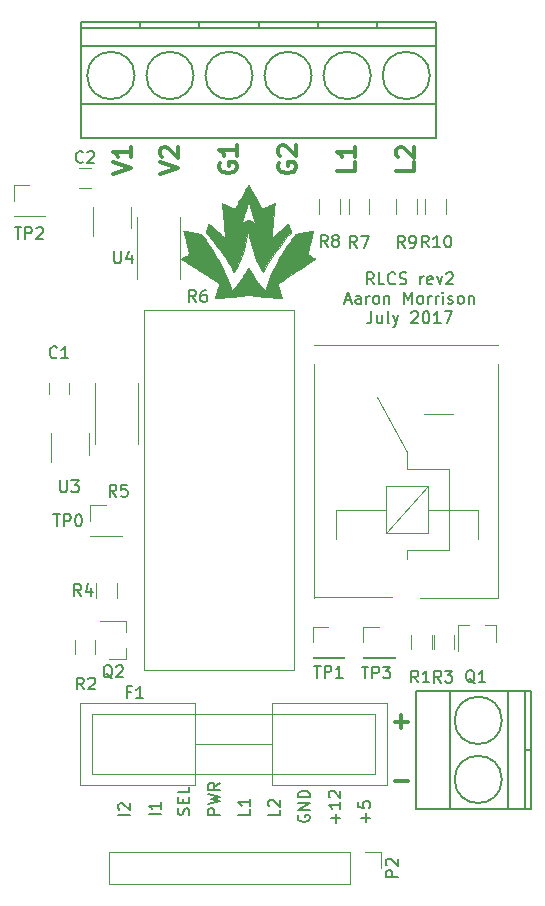
<source format=gbr>
G04 #@! TF.FileFunction,Legend,Top*
%FSLAX46Y46*%
G04 Gerber Fmt 4.6, Leading zero omitted, Abs format (unit mm)*
G04 Created by KiCad (PCBNEW 4.0.6) date Monday, July 31, 2017 'PMt' 06:05:11 PM*
%MOMM*%
%LPD*%
G01*
G04 APERTURE LIST*
%ADD10C,0.100000*%
%ADD11C,0.150000*%
%ADD12C,0.300000*%
%ADD13C,0.120000*%
%ADD14C,0.010000*%
G04 APERTURE END LIST*
D10*
D11*
X69227381Y-141008333D02*
X68227381Y-141008333D01*
X68227381Y-140627380D01*
X68275000Y-140532142D01*
X68322619Y-140484523D01*
X68417857Y-140436904D01*
X68560714Y-140436904D01*
X68655952Y-140484523D01*
X68703571Y-140532142D01*
X68751190Y-140627380D01*
X68751190Y-141008333D01*
X68227381Y-140103571D02*
X69227381Y-139865476D01*
X68513095Y-139674999D01*
X69227381Y-139484523D01*
X68227381Y-139246428D01*
X69227381Y-138294047D02*
X68751190Y-138627381D01*
X69227381Y-138865476D02*
X68227381Y-138865476D01*
X68227381Y-138484523D01*
X68275000Y-138389285D01*
X68322619Y-138341666D01*
X68417857Y-138294047D01*
X68560714Y-138294047D01*
X68655952Y-138341666D01*
X68703571Y-138389285D01*
X68751190Y-138484523D01*
X68751190Y-138865476D01*
X81571429Y-141607143D02*
X81571429Y-140845238D01*
X81952381Y-141226190D02*
X81190476Y-141226190D01*
X80952381Y-139892857D02*
X80952381Y-140369048D01*
X81428571Y-140416667D01*
X81380952Y-140369048D01*
X81333333Y-140273810D01*
X81333333Y-140035714D01*
X81380952Y-139940476D01*
X81428571Y-139892857D01*
X81523810Y-139845238D01*
X81761905Y-139845238D01*
X81857143Y-139892857D01*
X81904762Y-139940476D01*
X81952381Y-140035714D01*
X81952381Y-140273810D01*
X81904762Y-140369048D01*
X81857143Y-140416667D01*
X79046429Y-141658333D02*
X79046429Y-140896428D01*
X79427381Y-141277380D02*
X78665476Y-141277380D01*
X79427381Y-139896428D02*
X79427381Y-140467857D01*
X79427381Y-140182143D02*
X78427381Y-140182143D01*
X78570238Y-140277381D01*
X78665476Y-140372619D01*
X78713095Y-140467857D01*
X78522619Y-139515476D02*
X78475000Y-139467857D01*
X78427381Y-139372619D01*
X78427381Y-139134523D01*
X78475000Y-139039285D01*
X78522619Y-138991666D01*
X78617857Y-138944047D01*
X78713095Y-138944047D01*
X78855952Y-138991666D01*
X79427381Y-139563095D01*
X79427381Y-138944047D01*
X75875000Y-141036904D02*
X75827381Y-141132142D01*
X75827381Y-141274999D01*
X75875000Y-141417857D01*
X75970238Y-141513095D01*
X76065476Y-141560714D01*
X76255952Y-141608333D01*
X76398810Y-141608333D01*
X76589286Y-141560714D01*
X76684524Y-141513095D01*
X76779762Y-141417857D01*
X76827381Y-141274999D01*
X76827381Y-141179761D01*
X76779762Y-141036904D01*
X76732143Y-140989285D01*
X76398810Y-140989285D01*
X76398810Y-141179761D01*
X76827381Y-140560714D02*
X75827381Y-140560714D01*
X76827381Y-139989285D01*
X75827381Y-139989285D01*
X76827381Y-139513095D02*
X75827381Y-139513095D01*
X75827381Y-139275000D01*
X75875000Y-139132142D01*
X75970238Y-139036904D01*
X76065476Y-138989285D01*
X76255952Y-138941666D01*
X76398810Y-138941666D01*
X76589286Y-138989285D01*
X76684524Y-139036904D01*
X76779762Y-139132142D01*
X76827381Y-139275000D01*
X76827381Y-139513095D01*
X74327381Y-140566666D02*
X74327381Y-141042857D01*
X73327381Y-141042857D01*
X73422619Y-140280952D02*
X73375000Y-140233333D01*
X73327381Y-140138095D01*
X73327381Y-139899999D01*
X73375000Y-139804761D01*
X73422619Y-139757142D01*
X73517857Y-139709523D01*
X73613095Y-139709523D01*
X73755952Y-139757142D01*
X74327381Y-140328571D01*
X74327381Y-139709523D01*
X71777381Y-140516666D02*
X71777381Y-140992857D01*
X70777381Y-140992857D01*
X71777381Y-139659523D02*
X71777381Y-140230952D01*
X71777381Y-139945238D02*
X70777381Y-139945238D01*
X70920238Y-140040476D01*
X71015476Y-140135714D01*
X71063095Y-140230952D01*
X66604762Y-140992857D02*
X66652381Y-140850000D01*
X66652381Y-140611904D01*
X66604762Y-140516666D01*
X66557143Y-140469047D01*
X66461905Y-140421428D01*
X66366667Y-140421428D01*
X66271429Y-140469047D01*
X66223810Y-140516666D01*
X66176190Y-140611904D01*
X66128571Y-140802381D01*
X66080952Y-140897619D01*
X66033333Y-140945238D01*
X65938095Y-140992857D01*
X65842857Y-140992857D01*
X65747619Y-140945238D01*
X65700000Y-140897619D01*
X65652381Y-140802381D01*
X65652381Y-140564285D01*
X65700000Y-140421428D01*
X66128571Y-139992857D02*
X66128571Y-139659523D01*
X66652381Y-139516666D02*
X66652381Y-139992857D01*
X65652381Y-139992857D01*
X65652381Y-139516666D01*
X66652381Y-138611904D02*
X66652381Y-139088095D01*
X65652381Y-139088095D01*
X64202381Y-140926190D02*
X63202381Y-140926190D01*
X64202381Y-139926190D02*
X64202381Y-140497619D01*
X64202381Y-140211905D02*
X63202381Y-140211905D01*
X63345238Y-140307143D01*
X63440476Y-140402381D01*
X63488095Y-140497619D01*
X61627381Y-141001190D02*
X60627381Y-141001190D01*
X60722619Y-140572619D02*
X60675000Y-140525000D01*
X60627381Y-140429762D01*
X60627381Y-140191666D01*
X60675000Y-140096428D01*
X60722619Y-140048809D01*
X60817857Y-140001190D01*
X60913095Y-140001190D01*
X61055952Y-140048809D01*
X61627381Y-140620238D01*
X61627381Y-140001190D01*
D12*
X85678571Y-85749999D02*
X85678571Y-86464285D01*
X84178571Y-86464285D01*
X84321429Y-85321428D02*
X84250000Y-85249999D01*
X84178571Y-85107142D01*
X84178571Y-84749999D01*
X84250000Y-84607142D01*
X84321429Y-84535713D01*
X84464286Y-84464285D01*
X84607143Y-84464285D01*
X84821429Y-84535713D01*
X85678571Y-85392856D01*
X85678571Y-84464285D01*
X80678571Y-85749999D02*
X80678571Y-86464285D01*
X79178571Y-86464285D01*
X80678571Y-84464285D02*
X80678571Y-85321428D01*
X80678571Y-84892856D02*
X79178571Y-84892856D01*
X79392857Y-85035713D01*
X79535714Y-85178571D01*
X79607143Y-85321428D01*
D11*
X82252381Y-96077381D02*
X81919047Y-95601190D01*
X81680952Y-96077381D02*
X81680952Y-95077381D01*
X82061905Y-95077381D01*
X82157143Y-95125000D01*
X82204762Y-95172619D01*
X82252381Y-95267857D01*
X82252381Y-95410714D01*
X82204762Y-95505952D01*
X82157143Y-95553571D01*
X82061905Y-95601190D01*
X81680952Y-95601190D01*
X83157143Y-96077381D02*
X82680952Y-96077381D01*
X82680952Y-95077381D01*
X84061905Y-95982143D02*
X84014286Y-96029762D01*
X83871429Y-96077381D01*
X83776191Y-96077381D01*
X83633333Y-96029762D01*
X83538095Y-95934524D01*
X83490476Y-95839286D01*
X83442857Y-95648810D01*
X83442857Y-95505952D01*
X83490476Y-95315476D01*
X83538095Y-95220238D01*
X83633333Y-95125000D01*
X83776191Y-95077381D01*
X83871429Y-95077381D01*
X84014286Y-95125000D01*
X84061905Y-95172619D01*
X84442857Y-96029762D02*
X84585714Y-96077381D01*
X84823810Y-96077381D01*
X84919048Y-96029762D01*
X84966667Y-95982143D01*
X85014286Y-95886905D01*
X85014286Y-95791667D01*
X84966667Y-95696429D01*
X84919048Y-95648810D01*
X84823810Y-95601190D01*
X84633333Y-95553571D01*
X84538095Y-95505952D01*
X84490476Y-95458333D01*
X84442857Y-95363095D01*
X84442857Y-95267857D01*
X84490476Y-95172619D01*
X84538095Y-95125000D01*
X84633333Y-95077381D01*
X84871429Y-95077381D01*
X85014286Y-95125000D01*
X86204762Y-96077381D02*
X86204762Y-95410714D01*
X86204762Y-95601190D02*
X86252381Y-95505952D01*
X86300000Y-95458333D01*
X86395238Y-95410714D01*
X86490477Y-95410714D01*
X87204763Y-96029762D02*
X87109525Y-96077381D01*
X86919048Y-96077381D01*
X86823810Y-96029762D01*
X86776191Y-95934524D01*
X86776191Y-95553571D01*
X86823810Y-95458333D01*
X86919048Y-95410714D01*
X87109525Y-95410714D01*
X87204763Y-95458333D01*
X87252382Y-95553571D01*
X87252382Y-95648810D01*
X86776191Y-95744048D01*
X87585715Y-95410714D02*
X87823810Y-96077381D01*
X88061906Y-95410714D01*
X88395239Y-95172619D02*
X88442858Y-95125000D01*
X88538096Y-95077381D01*
X88776192Y-95077381D01*
X88871430Y-95125000D01*
X88919049Y-95172619D01*
X88966668Y-95267857D01*
X88966668Y-95363095D01*
X88919049Y-95505952D01*
X88347620Y-96077381D01*
X88966668Y-96077381D01*
X79823809Y-97441667D02*
X80300000Y-97441667D01*
X79728571Y-97727381D02*
X80061904Y-96727381D01*
X80395238Y-97727381D01*
X81157143Y-97727381D02*
X81157143Y-97203571D01*
X81109524Y-97108333D01*
X81014286Y-97060714D01*
X80823809Y-97060714D01*
X80728571Y-97108333D01*
X81157143Y-97679762D02*
X81061905Y-97727381D01*
X80823809Y-97727381D01*
X80728571Y-97679762D01*
X80680952Y-97584524D01*
X80680952Y-97489286D01*
X80728571Y-97394048D01*
X80823809Y-97346429D01*
X81061905Y-97346429D01*
X81157143Y-97298810D01*
X81633333Y-97727381D02*
X81633333Y-97060714D01*
X81633333Y-97251190D02*
X81680952Y-97155952D01*
X81728571Y-97108333D01*
X81823809Y-97060714D01*
X81919048Y-97060714D01*
X82395238Y-97727381D02*
X82300000Y-97679762D01*
X82252381Y-97632143D01*
X82204762Y-97536905D01*
X82204762Y-97251190D01*
X82252381Y-97155952D01*
X82300000Y-97108333D01*
X82395238Y-97060714D01*
X82538096Y-97060714D01*
X82633334Y-97108333D01*
X82680953Y-97155952D01*
X82728572Y-97251190D01*
X82728572Y-97536905D01*
X82680953Y-97632143D01*
X82633334Y-97679762D01*
X82538096Y-97727381D01*
X82395238Y-97727381D01*
X83157143Y-97060714D02*
X83157143Y-97727381D01*
X83157143Y-97155952D02*
X83204762Y-97108333D01*
X83300000Y-97060714D01*
X83442858Y-97060714D01*
X83538096Y-97108333D01*
X83585715Y-97203571D01*
X83585715Y-97727381D01*
X84823810Y-97727381D02*
X84823810Y-96727381D01*
X85157144Y-97441667D01*
X85490477Y-96727381D01*
X85490477Y-97727381D01*
X86109524Y-97727381D02*
X86014286Y-97679762D01*
X85966667Y-97632143D01*
X85919048Y-97536905D01*
X85919048Y-97251190D01*
X85966667Y-97155952D01*
X86014286Y-97108333D01*
X86109524Y-97060714D01*
X86252382Y-97060714D01*
X86347620Y-97108333D01*
X86395239Y-97155952D01*
X86442858Y-97251190D01*
X86442858Y-97536905D01*
X86395239Y-97632143D01*
X86347620Y-97679762D01*
X86252382Y-97727381D01*
X86109524Y-97727381D01*
X86871429Y-97727381D02*
X86871429Y-97060714D01*
X86871429Y-97251190D02*
X86919048Y-97155952D01*
X86966667Y-97108333D01*
X87061905Y-97060714D01*
X87157144Y-97060714D01*
X87490477Y-97727381D02*
X87490477Y-97060714D01*
X87490477Y-97251190D02*
X87538096Y-97155952D01*
X87585715Y-97108333D01*
X87680953Y-97060714D01*
X87776192Y-97060714D01*
X88109525Y-97727381D02*
X88109525Y-97060714D01*
X88109525Y-96727381D02*
X88061906Y-96775000D01*
X88109525Y-96822619D01*
X88157144Y-96775000D01*
X88109525Y-96727381D01*
X88109525Y-96822619D01*
X88538096Y-97679762D02*
X88633334Y-97727381D01*
X88823810Y-97727381D01*
X88919049Y-97679762D01*
X88966668Y-97584524D01*
X88966668Y-97536905D01*
X88919049Y-97441667D01*
X88823810Y-97394048D01*
X88680953Y-97394048D01*
X88585715Y-97346429D01*
X88538096Y-97251190D01*
X88538096Y-97203571D01*
X88585715Y-97108333D01*
X88680953Y-97060714D01*
X88823810Y-97060714D01*
X88919049Y-97108333D01*
X89538096Y-97727381D02*
X89442858Y-97679762D01*
X89395239Y-97632143D01*
X89347620Y-97536905D01*
X89347620Y-97251190D01*
X89395239Y-97155952D01*
X89442858Y-97108333D01*
X89538096Y-97060714D01*
X89680954Y-97060714D01*
X89776192Y-97108333D01*
X89823811Y-97155952D01*
X89871430Y-97251190D01*
X89871430Y-97536905D01*
X89823811Y-97632143D01*
X89776192Y-97679762D01*
X89680954Y-97727381D01*
X89538096Y-97727381D01*
X90300001Y-97060714D02*
X90300001Y-97727381D01*
X90300001Y-97155952D02*
X90347620Y-97108333D01*
X90442858Y-97060714D01*
X90585716Y-97060714D01*
X90680954Y-97108333D01*
X90728573Y-97203571D01*
X90728573Y-97727381D01*
X82061905Y-98377381D02*
X82061905Y-99091667D01*
X82014285Y-99234524D01*
X81919047Y-99329762D01*
X81776190Y-99377381D01*
X81680952Y-99377381D01*
X82966667Y-98710714D02*
X82966667Y-99377381D01*
X82538095Y-98710714D02*
X82538095Y-99234524D01*
X82585714Y-99329762D01*
X82680952Y-99377381D01*
X82823810Y-99377381D01*
X82919048Y-99329762D01*
X82966667Y-99282143D01*
X83585714Y-99377381D02*
X83490476Y-99329762D01*
X83442857Y-99234524D01*
X83442857Y-98377381D01*
X83871429Y-98710714D02*
X84109524Y-99377381D01*
X84347620Y-98710714D02*
X84109524Y-99377381D01*
X84014286Y-99615476D01*
X83966667Y-99663095D01*
X83871429Y-99710714D01*
X85442858Y-98472619D02*
X85490477Y-98425000D01*
X85585715Y-98377381D01*
X85823811Y-98377381D01*
X85919049Y-98425000D01*
X85966668Y-98472619D01*
X86014287Y-98567857D01*
X86014287Y-98663095D01*
X85966668Y-98805952D01*
X85395239Y-99377381D01*
X86014287Y-99377381D01*
X86633334Y-98377381D02*
X86728573Y-98377381D01*
X86823811Y-98425000D01*
X86871430Y-98472619D01*
X86919049Y-98567857D01*
X86966668Y-98758333D01*
X86966668Y-98996429D01*
X86919049Y-99186905D01*
X86871430Y-99282143D01*
X86823811Y-99329762D01*
X86728573Y-99377381D01*
X86633334Y-99377381D01*
X86538096Y-99329762D01*
X86490477Y-99282143D01*
X86442858Y-99186905D01*
X86395239Y-98996429D01*
X86395239Y-98758333D01*
X86442858Y-98567857D01*
X86490477Y-98472619D01*
X86538096Y-98425000D01*
X86633334Y-98377381D01*
X87919049Y-99377381D02*
X87347620Y-99377381D01*
X87633334Y-99377381D02*
X87633334Y-98377381D01*
X87538096Y-98520238D01*
X87442858Y-98615476D01*
X87347620Y-98663095D01*
X88252382Y-98377381D02*
X88919049Y-98377381D01*
X88490477Y-99377381D01*
D12*
X84028572Y-138107143D02*
X85171429Y-138107143D01*
X84028572Y-133107143D02*
X85171429Y-133107143D01*
X84600000Y-133678571D02*
X84600000Y-132535714D01*
X74250000Y-85821428D02*
X74178571Y-85964285D01*
X74178571Y-86178571D01*
X74250000Y-86392856D01*
X74392857Y-86535714D01*
X74535714Y-86607142D01*
X74821429Y-86678571D01*
X75035714Y-86678571D01*
X75321429Y-86607142D01*
X75464286Y-86535714D01*
X75607143Y-86392856D01*
X75678571Y-86178571D01*
X75678571Y-86035714D01*
X75607143Y-85821428D01*
X75535714Y-85749999D01*
X75035714Y-85749999D01*
X75035714Y-86035714D01*
X74321429Y-85178571D02*
X74250000Y-85107142D01*
X74178571Y-84964285D01*
X74178571Y-84607142D01*
X74250000Y-84464285D01*
X74321429Y-84392856D01*
X74464286Y-84321428D01*
X74607143Y-84321428D01*
X74821429Y-84392856D01*
X75678571Y-85249999D01*
X75678571Y-84321428D01*
X69250000Y-85821428D02*
X69178571Y-85964285D01*
X69178571Y-86178571D01*
X69250000Y-86392856D01*
X69392857Y-86535714D01*
X69535714Y-86607142D01*
X69821429Y-86678571D01*
X70035714Y-86678571D01*
X70321429Y-86607142D01*
X70464286Y-86535714D01*
X70607143Y-86392856D01*
X70678571Y-86178571D01*
X70678571Y-86035714D01*
X70607143Y-85821428D01*
X70535714Y-85749999D01*
X70035714Y-85749999D01*
X70035714Y-86035714D01*
X70678571Y-84321428D02*
X70678571Y-85178571D01*
X70678571Y-84749999D02*
X69178571Y-84749999D01*
X69392857Y-84892856D01*
X69535714Y-85035714D01*
X69607143Y-85178571D01*
X64178571Y-86714285D02*
X65678571Y-86214285D01*
X64178571Y-85714285D01*
X64321429Y-85285714D02*
X64250000Y-85214285D01*
X64178571Y-85071428D01*
X64178571Y-84714285D01*
X64250000Y-84571428D01*
X64321429Y-84499999D01*
X64464286Y-84428571D01*
X64607143Y-84428571D01*
X64821429Y-84499999D01*
X65678571Y-85357142D01*
X65678571Y-84428571D01*
X60178571Y-86714285D02*
X61678571Y-86214285D01*
X60178571Y-85714285D01*
X61678571Y-84428571D02*
X61678571Y-85285714D01*
X61678571Y-84857142D02*
X60178571Y-84857142D01*
X60392857Y-84999999D01*
X60535714Y-85142857D01*
X60607143Y-85285714D01*
D13*
X62760000Y-128740000D02*
X62760000Y-98260000D01*
X62760000Y-98260000D02*
X75460000Y-98260000D01*
X75460000Y-98260000D02*
X75460000Y-128740000D01*
X75460000Y-128740000D02*
X62760000Y-128740000D01*
X56450000Y-105400000D02*
X56450000Y-104400000D01*
X54750000Y-104400000D02*
X54750000Y-105400000D01*
X58300000Y-86250000D02*
X57300000Y-86250000D01*
X57300000Y-87950000D02*
X58300000Y-87950000D01*
D11*
X95100000Y-135500000D02*
X95600000Y-135500000D01*
X93100000Y-133000000D02*
G75*
G03X93100000Y-133000000I-2000000J0D01*
G01*
X93100000Y-138000000D02*
G75*
G03X93100000Y-138000000I-2000000J0D01*
G01*
X93600000Y-140500000D02*
X93600000Y-130500000D01*
X88700000Y-140500000D02*
X88700000Y-130500000D01*
X95100000Y-140500000D02*
X95100000Y-130500000D01*
X95600000Y-140500000D02*
X95600000Y-130500000D01*
X95600000Y-130500000D02*
X85800000Y-130500000D01*
X85800000Y-130500000D02*
X85800000Y-140500000D01*
X85800000Y-140500000D02*
X95600000Y-140500000D01*
D13*
X92580000Y-124940000D02*
X91650000Y-124940000D01*
X89420000Y-124940000D02*
X90350000Y-124940000D01*
X89420000Y-124940000D02*
X89420000Y-127100000D01*
X92580000Y-124940000D02*
X92580000Y-126400000D01*
X61260000Y-127780000D02*
X61260000Y-126850000D01*
X61260000Y-124620000D02*
X61260000Y-125550000D01*
X61260000Y-124620000D02*
X59100000Y-124620000D01*
X61260000Y-127780000D02*
X59800000Y-127780000D01*
X85420000Y-127000000D02*
X85420000Y-125800000D01*
X87180000Y-125800000D02*
X87180000Y-127000000D01*
X56920000Y-127400000D02*
X56920000Y-126200000D01*
X58680000Y-126200000D02*
X58680000Y-127400000D01*
X87320000Y-127000000D02*
X87320000Y-125800000D01*
X89080000Y-125800000D02*
X89080000Y-127000000D01*
X60480000Y-121400000D02*
X60480000Y-122600000D01*
X58720000Y-122600000D02*
X58720000Y-121400000D01*
X58680000Y-109600000D02*
X58680000Y-104400000D01*
X62320000Y-104400000D02*
X62320000Y-109600000D01*
X62180000Y-95600000D02*
X62180000Y-90400000D01*
X65820000Y-90400000D02*
X65820000Y-95600000D01*
X86200000Y-122600000D02*
X92800000Y-122600000D01*
X77170000Y-122560000D02*
X83770000Y-122560000D01*
X77200000Y-122600000D02*
X77200000Y-102800000D01*
X77200000Y-101250000D02*
X92800000Y-101250000D01*
X92800000Y-102800000D02*
X92800000Y-122600000D01*
X86500000Y-107050000D02*
X89000000Y-107050000D01*
X91050000Y-117650000D02*
X91050000Y-115150000D01*
X85050000Y-118550000D02*
X85050000Y-119350000D01*
X79050000Y-115150000D02*
X79050000Y-117650000D01*
X85050000Y-111750000D02*
X85050000Y-110250000D01*
X85050000Y-110250000D02*
X82550000Y-105650000D01*
X88650000Y-111750000D02*
X88650000Y-118550000D01*
X85050000Y-111750000D02*
X88650000Y-111750000D01*
X85050000Y-118550000D02*
X88650000Y-118550000D01*
X79050000Y-115150000D02*
X83250000Y-115150000D01*
X86850000Y-115150000D02*
X91050000Y-115150000D01*
X86850000Y-113150000D02*
X83250000Y-117150000D01*
X86850000Y-117150000D02*
X83250000Y-117150000D01*
X83250000Y-117150000D02*
X83250000Y-113150000D01*
X83250000Y-113150000D02*
X86850000Y-113150000D01*
X86850000Y-113150000D02*
X86850000Y-117150000D01*
X58110000Y-110500000D02*
X58110000Y-108700000D01*
X54890000Y-108700000D02*
X54890000Y-111150000D01*
X61710000Y-91300000D02*
X61710000Y-89500000D01*
X58490000Y-89500000D02*
X58490000Y-91950000D01*
X67150000Y-135000000D02*
X73650000Y-135000000D01*
X67150000Y-138500000D02*
X67150000Y-131500000D01*
X58400000Y-131500000D02*
X67150000Y-131500000D01*
X58400000Y-138500000D02*
X67150000Y-138500000D01*
X81150000Y-132500000D02*
X82400000Y-132500000D01*
X80900000Y-137500000D02*
X82400000Y-137500000D01*
X68900000Y-132500000D02*
X81150000Y-132500000D01*
X69150000Y-137500000D02*
X80900000Y-137500000D01*
X58400000Y-132500000D02*
X68900000Y-132500000D01*
X58400000Y-137500000D02*
X69150000Y-137500000D01*
X58400000Y-137500000D02*
X58400000Y-132500000D01*
X57400000Y-138500000D02*
X58400000Y-138500000D01*
X57400000Y-138500000D02*
X57400000Y-131500000D01*
X57400000Y-131500000D02*
X58400000Y-131500000D01*
X82400000Y-137500000D02*
X82400000Y-132500000D01*
X73650000Y-138500000D02*
X83400000Y-138500000D01*
X83400000Y-138500000D02*
X83400000Y-131500000D01*
X73650000Y-131500000D02*
X83400000Y-131500000D01*
X73650000Y-138500000D02*
X73650000Y-131500000D01*
X58270000Y-117370000D02*
X58270000Y-117430000D01*
X58270000Y-117430000D02*
X60930000Y-117430000D01*
X60930000Y-117430000D02*
X60930000Y-117370000D01*
X60930000Y-117370000D02*
X58270000Y-117370000D01*
X58270000Y-116100000D02*
X58270000Y-114770000D01*
X58270000Y-114770000D02*
X59600000Y-114770000D01*
X77070000Y-127670000D02*
X77070000Y-127730000D01*
X77070000Y-127730000D02*
X79730000Y-127730000D01*
X79730000Y-127730000D02*
X79730000Y-127670000D01*
X79730000Y-127670000D02*
X77070000Y-127670000D01*
X77070000Y-126400000D02*
X77070000Y-125070000D01*
X77070000Y-125070000D02*
X78400000Y-125070000D01*
X51770000Y-90270000D02*
X51770000Y-90330000D01*
X51770000Y-90330000D02*
X54430000Y-90330000D01*
X54430000Y-90330000D02*
X54430000Y-90270000D01*
X54430000Y-90270000D02*
X51770000Y-90270000D01*
X51770000Y-89000000D02*
X51770000Y-87670000D01*
X51770000Y-87670000D02*
X53100000Y-87670000D01*
X81370000Y-127670000D02*
X81370000Y-127730000D01*
X81370000Y-127730000D02*
X84030000Y-127730000D01*
X84030000Y-127730000D02*
X84030000Y-127670000D01*
X84030000Y-127670000D02*
X81370000Y-127670000D01*
X81370000Y-126400000D02*
X81370000Y-125070000D01*
X81370000Y-125070000D02*
X82700000Y-125070000D01*
X80120000Y-90100000D02*
X80120000Y-88900000D01*
X81880000Y-88900000D02*
X81880000Y-90100000D01*
X79380000Y-88900000D02*
X79380000Y-90100000D01*
X77620000Y-90100000D02*
X77620000Y-88900000D01*
X84120000Y-90100000D02*
X84120000Y-88900000D01*
X85880000Y-88900000D02*
X85880000Y-90100000D01*
X88380000Y-88900000D02*
X88380000Y-90100000D01*
X86620000Y-90100000D02*
X86620000Y-88900000D01*
X80230000Y-144170000D02*
X59850000Y-144170000D01*
X59850000Y-144170000D02*
X59850000Y-146830000D01*
X59850000Y-146830000D02*
X80230000Y-146830000D01*
X80230000Y-146830000D02*
X80230000Y-144170000D01*
X81500000Y-144170000D02*
X82830000Y-144170000D01*
X82830000Y-144170000D02*
X82830000Y-145500000D01*
D11*
X62000000Y-78400000D02*
G75*
G03X62000000Y-78400000I-2000000J0D01*
G01*
X62500000Y-74400000D02*
X62500000Y-73900000D01*
X67500000Y-74400000D02*
X67500000Y-73900000D01*
X67000000Y-78400000D02*
G75*
G03X67000000Y-78400000I-2000000J0D01*
G01*
X72500000Y-74400000D02*
X72500000Y-73900000D01*
X72000000Y-78400000D02*
G75*
G03X72000000Y-78400000I-2000000J0D01*
G01*
X77000000Y-78400000D02*
G75*
G03X77000000Y-78400000I-2000000J0D01*
G01*
X77500000Y-74400000D02*
X77500000Y-73900000D01*
X82500000Y-74400000D02*
X82500000Y-73900000D01*
X82000000Y-78400000D02*
G75*
G03X82000000Y-78400000I-2000000J0D01*
G01*
X87000000Y-78400000D02*
G75*
G03X87000000Y-78400000I-2000000J0D01*
G01*
X87500000Y-75900000D02*
X57500000Y-75900000D01*
X87500000Y-80800000D02*
X57500000Y-80800000D01*
X87500000Y-74400000D02*
X57500000Y-74400000D01*
X87500000Y-73900000D02*
X57500000Y-73900000D01*
X57500000Y-73900000D02*
X57500000Y-83700000D01*
X57500000Y-83700000D02*
X87500000Y-83700000D01*
X87500000Y-83700000D02*
X87500000Y-73900000D01*
D14*
G36*
X66154589Y-91529742D02*
X66198700Y-91537567D01*
X66267865Y-91550411D01*
X66359040Y-91567692D01*
X66469179Y-91588829D01*
X66595239Y-91613242D01*
X66734175Y-91640348D01*
X66882943Y-91669568D01*
X66885495Y-91670071D01*
X67069325Y-91706548D01*
X67223989Y-91737820D01*
X67351559Y-91764358D01*
X67454105Y-91786634D01*
X67533701Y-91805119D01*
X67592419Y-91820283D01*
X67632329Y-91832598D01*
X67655505Y-91842536D01*
X67661138Y-91846458D01*
X67689589Y-91877078D01*
X67733280Y-91930525D01*
X67789675Y-92003321D01*
X67856234Y-92091986D01*
X67930422Y-92193043D01*
X68009700Y-92303011D01*
X68091530Y-92418414D01*
X68173375Y-92535771D01*
X68252696Y-92651605D01*
X68302560Y-92725720D01*
X68538141Y-93088668D01*
X68768951Y-93463801D01*
X68992367Y-93846259D01*
X69205764Y-94231183D01*
X69406521Y-94613713D01*
X69592014Y-94988989D01*
X69759619Y-95352151D01*
X69905158Y-95694500D01*
X69941850Y-95788061D01*
X69981734Y-95894841D01*
X70022936Y-96009315D01*
X70063587Y-96125957D01*
X70101813Y-96239244D01*
X70135743Y-96343651D01*
X70163506Y-96433652D01*
X70183230Y-96503725D01*
X70191698Y-96540286D01*
X70201412Y-96578252D01*
X70211617Y-96598394D01*
X70213798Y-96599375D01*
X70229032Y-96587877D01*
X70261696Y-96555729D01*
X70308628Y-96506451D01*
X70366669Y-96443562D01*
X70432660Y-96370581D01*
X70503439Y-96291027D01*
X70575846Y-96208419D01*
X70646722Y-96126277D01*
X70712906Y-96048119D01*
X70761236Y-95989745D01*
X70909249Y-95802913D01*
X71045549Y-95618091D01*
X71174982Y-95428039D01*
X71302390Y-95225515D01*
X71432618Y-95003276D01*
X71492975Y-94895729D01*
X71537919Y-94816537D01*
X71578190Y-94749034D01*
X71611164Y-94697338D01*
X71634221Y-94665569D01*
X71644559Y-94657604D01*
X71656574Y-94675988D01*
X71680109Y-94716369D01*
X71711733Y-94772736D01*
X71747030Y-94837250D01*
X71922483Y-95147226D01*
X72100781Y-95432596D01*
X72286619Y-95700449D01*
X72484694Y-95957876D01*
X72509331Y-95988187D01*
X72569655Y-96060854D01*
X72637188Y-96140309D01*
X72708779Y-96223039D01*
X72781274Y-96305535D01*
X72851523Y-96384286D01*
X72916372Y-96455779D01*
X72972669Y-96516506D01*
X73017263Y-96562953D01*
X73047000Y-96591612D01*
X73058076Y-96599375D01*
X73067761Y-96585474D01*
X73077984Y-96551000D01*
X73080176Y-96540286D01*
X73092529Y-96489079D01*
X73114345Y-96413739D01*
X73143753Y-96319791D01*
X73178880Y-96212759D01*
X73217856Y-96098167D01*
X73258809Y-95981540D01*
X73299866Y-95868404D01*
X73339157Y-95764282D01*
X73366716Y-95694500D01*
X73511154Y-95354785D01*
X73675783Y-94997906D01*
X73857961Y-94628756D01*
X74055048Y-94252231D01*
X74264400Y-93873227D01*
X74483376Y-93496639D01*
X74709334Y-93127361D01*
X74939631Y-92770291D01*
X74967738Y-92728039D01*
X75043892Y-92615281D01*
X75124268Y-92498645D01*
X75206333Y-92381605D01*
X75287554Y-92267636D01*
X75365398Y-92160210D01*
X75437334Y-92062801D01*
X75500827Y-91978883D01*
X75553347Y-91911930D01*
X75592359Y-91865416D01*
X75610042Y-91847085D01*
X75626816Y-91838032D01*
X75660772Y-91826524D01*
X75713847Y-91812121D01*
X75787976Y-91794383D01*
X75885095Y-91772872D01*
X76007140Y-91747147D01*
X76156047Y-91716770D01*
X76333751Y-91681302D01*
X76385686Y-91671039D01*
X76534662Y-91641738D01*
X76673859Y-91614529D01*
X76800234Y-91589995D01*
X76910743Y-91568718D01*
X77002345Y-91551282D01*
X77071995Y-91538269D01*
X77116652Y-91530262D01*
X77133272Y-91527843D01*
X77133298Y-91527856D01*
X77130079Y-91543140D01*
X77119783Y-91586034D01*
X77103208Y-91653389D01*
X77081153Y-91742056D01*
X77054417Y-91848888D01*
X77023799Y-91970736D01*
X76990096Y-92104451D01*
X76954109Y-92246886D01*
X76916636Y-92394892D01*
X76878475Y-92545321D01*
X76840426Y-92695025D01*
X76803286Y-92840854D01*
X76767855Y-92979662D01*
X76734931Y-93108299D01*
X76705313Y-93223618D01*
X76679801Y-93322469D01*
X76659191Y-93401706D01*
X76644284Y-93458178D01*
X76635878Y-93488739D01*
X76635515Y-93489954D01*
X76639370Y-93502046D01*
X76658310Y-93520425D01*
X76694789Y-93546702D01*
X76751265Y-93582489D01*
X76830191Y-93629397D01*
X76934025Y-93689039D01*
X76969467Y-93709128D01*
X77063522Y-93762790D01*
X77147676Y-93811711D01*
X77218189Y-93853643D01*
X77271324Y-93886336D01*
X77303340Y-93907545D01*
X77311250Y-93914629D01*
X77298216Y-93924693D01*
X77260198Y-93951009D01*
X77198818Y-93992507D01*
X77115698Y-94048113D01*
X77012460Y-94116758D01*
X76890728Y-94197368D01*
X76752124Y-94288874D01*
X76598269Y-94390203D01*
X76430787Y-94500283D01*
X76251301Y-94618044D01*
X76061432Y-94742414D01*
X75862803Y-94872321D01*
X75708059Y-94973393D01*
X75503863Y-95106816D01*
X75307200Y-95235568D01*
X75119693Y-95358570D01*
X74942965Y-95474748D01*
X74778639Y-95583027D01*
X74628340Y-95682330D01*
X74493691Y-95771583D01*
X74376314Y-95849708D01*
X74277834Y-95915631D01*
X74199875Y-95968277D01*
X74144058Y-96006568D01*
X74112009Y-96029431D01*
X74104545Y-96035812D01*
X74109125Y-96053952D01*
X74122329Y-96099036D01*
X74143140Y-96167758D01*
X74170536Y-96256810D01*
X74203500Y-96362888D01*
X74241012Y-96482684D01*
X74282052Y-96612893D01*
X74296830Y-96659583D01*
X74338550Y-96792294D01*
X74376656Y-96915517D01*
X74410185Y-97025990D01*
X74438176Y-97120450D01*
X74459666Y-97195635D01*
X74473695Y-97248280D01*
X74479300Y-97275125D01*
X74479082Y-97277834D01*
X74462146Y-97277505D01*
X74415941Y-97273581D01*
X74342714Y-97266313D01*
X74244711Y-97255954D01*
X74124181Y-97242756D01*
X73983370Y-97226970D01*
X73824524Y-97208848D01*
X73649892Y-97188643D01*
X73461719Y-97166606D01*
X73262254Y-97142990D01*
X73053742Y-97118045D01*
X73052331Y-97117875D01*
X71635937Y-96947561D01*
X70248568Y-97114780D01*
X70041437Y-97139696D01*
X69842827Y-97163488D01*
X69655069Y-97185884D01*
X69480494Y-97206610D01*
X69321431Y-97225393D01*
X69180211Y-97241960D01*
X69059164Y-97256035D01*
X68960621Y-97267348D01*
X68886911Y-97275623D01*
X68840365Y-97280587D01*
X68823787Y-97282000D01*
X68795045Y-97277235D01*
X68786375Y-97268824D01*
X68791024Y-97251273D01*
X68804286Y-97206779D01*
X68825137Y-97138650D01*
X68852548Y-97050194D01*
X68885493Y-96944719D01*
X68922946Y-96825532D01*
X68963880Y-96695942D01*
X68976875Y-96654937D01*
X69018689Y-96522655D01*
X69057324Y-96399605D01*
X69091752Y-96289122D01*
X69120946Y-96194542D01*
X69143877Y-96119202D01*
X69159517Y-96066438D01*
X69166839Y-96039584D01*
X69167260Y-96037082D01*
X69154209Y-96026386D01*
X69116167Y-95999454D01*
X69054758Y-95957362D01*
X68971605Y-95901187D01*
X68868331Y-95832007D01*
X68746559Y-95750898D01*
X68607913Y-95658938D01*
X68454015Y-95557204D01*
X68286489Y-95446773D01*
X68106959Y-95328723D01*
X67917046Y-95204129D01*
X67718375Y-95074070D01*
X67563885Y-94973119D01*
X67359722Y-94839718D01*
X67163094Y-94711050D01*
X66975622Y-94588186D01*
X66798930Y-94472199D01*
X66634638Y-94364159D01*
X66484371Y-94265138D01*
X66349748Y-94176206D01*
X66232394Y-94098436D01*
X66133931Y-94032898D01*
X66055979Y-93980664D01*
X66000163Y-93942805D01*
X65968103Y-93920392D01*
X65960625Y-93914355D01*
X65973866Y-93903580D01*
X66011097Y-93879584D01*
X66068581Y-93844612D01*
X66142577Y-93800909D01*
X66229349Y-93750720D01*
X66302407Y-93709128D01*
X66413992Y-93645456D01*
X66499952Y-93594989D01*
X66562741Y-93556115D01*
X66604817Y-93527223D01*
X66628633Y-93506700D01*
X66636647Y-93492936D01*
X66636359Y-93489954D01*
X66628448Y-93461399D01*
X66613980Y-93406700D01*
X66593752Y-93329003D01*
X66568564Y-93231459D01*
X66539213Y-93117216D01*
X66506500Y-92989422D01*
X66471221Y-92851226D01*
X66434177Y-92705777D01*
X66396165Y-92556223D01*
X66357985Y-92405713D01*
X66320435Y-92257396D01*
X66284313Y-92114420D01*
X66250419Y-91979934D01*
X66219551Y-91857087D01*
X66192507Y-91749026D01*
X66170087Y-91658902D01*
X66153089Y-91589862D01*
X66142312Y-91545055D01*
X66138554Y-91527630D01*
X66138576Y-91527515D01*
X66154589Y-91529742D01*
X66154589Y-91529742D01*
G37*
X66154589Y-91529742D02*
X66198700Y-91537567D01*
X66267865Y-91550411D01*
X66359040Y-91567692D01*
X66469179Y-91588829D01*
X66595239Y-91613242D01*
X66734175Y-91640348D01*
X66882943Y-91669568D01*
X66885495Y-91670071D01*
X67069325Y-91706548D01*
X67223989Y-91737820D01*
X67351559Y-91764358D01*
X67454105Y-91786634D01*
X67533701Y-91805119D01*
X67592419Y-91820283D01*
X67632329Y-91832598D01*
X67655505Y-91842536D01*
X67661138Y-91846458D01*
X67689589Y-91877078D01*
X67733280Y-91930525D01*
X67789675Y-92003321D01*
X67856234Y-92091986D01*
X67930422Y-92193043D01*
X68009700Y-92303011D01*
X68091530Y-92418414D01*
X68173375Y-92535771D01*
X68252696Y-92651605D01*
X68302560Y-92725720D01*
X68538141Y-93088668D01*
X68768951Y-93463801D01*
X68992367Y-93846259D01*
X69205764Y-94231183D01*
X69406521Y-94613713D01*
X69592014Y-94988989D01*
X69759619Y-95352151D01*
X69905158Y-95694500D01*
X69941850Y-95788061D01*
X69981734Y-95894841D01*
X70022936Y-96009315D01*
X70063587Y-96125957D01*
X70101813Y-96239244D01*
X70135743Y-96343651D01*
X70163506Y-96433652D01*
X70183230Y-96503725D01*
X70191698Y-96540286D01*
X70201412Y-96578252D01*
X70211617Y-96598394D01*
X70213798Y-96599375D01*
X70229032Y-96587877D01*
X70261696Y-96555729D01*
X70308628Y-96506451D01*
X70366669Y-96443562D01*
X70432660Y-96370581D01*
X70503439Y-96291027D01*
X70575846Y-96208419D01*
X70646722Y-96126277D01*
X70712906Y-96048119D01*
X70761236Y-95989745D01*
X70909249Y-95802913D01*
X71045549Y-95618091D01*
X71174982Y-95428039D01*
X71302390Y-95225515D01*
X71432618Y-95003276D01*
X71492975Y-94895729D01*
X71537919Y-94816537D01*
X71578190Y-94749034D01*
X71611164Y-94697338D01*
X71634221Y-94665569D01*
X71644559Y-94657604D01*
X71656574Y-94675988D01*
X71680109Y-94716369D01*
X71711733Y-94772736D01*
X71747030Y-94837250D01*
X71922483Y-95147226D01*
X72100781Y-95432596D01*
X72286619Y-95700449D01*
X72484694Y-95957876D01*
X72509331Y-95988187D01*
X72569655Y-96060854D01*
X72637188Y-96140309D01*
X72708779Y-96223039D01*
X72781274Y-96305535D01*
X72851523Y-96384286D01*
X72916372Y-96455779D01*
X72972669Y-96516506D01*
X73017263Y-96562953D01*
X73047000Y-96591612D01*
X73058076Y-96599375D01*
X73067761Y-96585474D01*
X73077984Y-96551000D01*
X73080176Y-96540286D01*
X73092529Y-96489079D01*
X73114345Y-96413739D01*
X73143753Y-96319791D01*
X73178880Y-96212759D01*
X73217856Y-96098167D01*
X73258809Y-95981540D01*
X73299866Y-95868404D01*
X73339157Y-95764282D01*
X73366716Y-95694500D01*
X73511154Y-95354785D01*
X73675783Y-94997906D01*
X73857961Y-94628756D01*
X74055048Y-94252231D01*
X74264400Y-93873227D01*
X74483376Y-93496639D01*
X74709334Y-93127361D01*
X74939631Y-92770291D01*
X74967738Y-92728039D01*
X75043892Y-92615281D01*
X75124268Y-92498645D01*
X75206333Y-92381605D01*
X75287554Y-92267636D01*
X75365398Y-92160210D01*
X75437334Y-92062801D01*
X75500827Y-91978883D01*
X75553347Y-91911930D01*
X75592359Y-91865416D01*
X75610042Y-91847085D01*
X75626816Y-91838032D01*
X75660772Y-91826524D01*
X75713847Y-91812121D01*
X75787976Y-91794383D01*
X75885095Y-91772872D01*
X76007140Y-91747147D01*
X76156047Y-91716770D01*
X76333751Y-91681302D01*
X76385686Y-91671039D01*
X76534662Y-91641738D01*
X76673859Y-91614529D01*
X76800234Y-91589995D01*
X76910743Y-91568718D01*
X77002345Y-91551282D01*
X77071995Y-91538269D01*
X77116652Y-91530262D01*
X77133272Y-91527843D01*
X77133298Y-91527856D01*
X77130079Y-91543140D01*
X77119783Y-91586034D01*
X77103208Y-91653389D01*
X77081153Y-91742056D01*
X77054417Y-91848888D01*
X77023799Y-91970736D01*
X76990096Y-92104451D01*
X76954109Y-92246886D01*
X76916636Y-92394892D01*
X76878475Y-92545321D01*
X76840426Y-92695025D01*
X76803286Y-92840854D01*
X76767855Y-92979662D01*
X76734931Y-93108299D01*
X76705313Y-93223618D01*
X76679801Y-93322469D01*
X76659191Y-93401706D01*
X76644284Y-93458178D01*
X76635878Y-93488739D01*
X76635515Y-93489954D01*
X76639370Y-93502046D01*
X76658310Y-93520425D01*
X76694789Y-93546702D01*
X76751265Y-93582489D01*
X76830191Y-93629397D01*
X76934025Y-93689039D01*
X76969467Y-93709128D01*
X77063522Y-93762790D01*
X77147676Y-93811711D01*
X77218189Y-93853643D01*
X77271324Y-93886336D01*
X77303340Y-93907545D01*
X77311250Y-93914629D01*
X77298216Y-93924693D01*
X77260198Y-93951009D01*
X77198818Y-93992507D01*
X77115698Y-94048113D01*
X77012460Y-94116758D01*
X76890728Y-94197368D01*
X76752124Y-94288874D01*
X76598269Y-94390203D01*
X76430787Y-94500283D01*
X76251301Y-94618044D01*
X76061432Y-94742414D01*
X75862803Y-94872321D01*
X75708059Y-94973393D01*
X75503863Y-95106816D01*
X75307200Y-95235568D01*
X75119693Y-95358570D01*
X74942965Y-95474748D01*
X74778639Y-95583027D01*
X74628340Y-95682330D01*
X74493691Y-95771583D01*
X74376314Y-95849708D01*
X74277834Y-95915631D01*
X74199875Y-95968277D01*
X74144058Y-96006568D01*
X74112009Y-96029431D01*
X74104545Y-96035812D01*
X74109125Y-96053952D01*
X74122329Y-96099036D01*
X74143140Y-96167758D01*
X74170536Y-96256810D01*
X74203500Y-96362888D01*
X74241012Y-96482684D01*
X74282052Y-96612893D01*
X74296830Y-96659583D01*
X74338550Y-96792294D01*
X74376656Y-96915517D01*
X74410185Y-97025990D01*
X74438176Y-97120450D01*
X74459666Y-97195635D01*
X74473695Y-97248280D01*
X74479300Y-97275125D01*
X74479082Y-97277834D01*
X74462146Y-97277505D01*
X74415941Y-97273581D01*
X74342714Y-97266313D01*
X74244711Y-97255954D01*
X74124181Y-97242756D01*
X73983370Y-97226970D01*
X73824524Y-97208848D01*
X73649892Y-97188643D01*
X73461719Y-97166606D01*
X73262254Y-97142990D01*
X73053742Y-97118045D01*
X73052331Y-97117875D01*
X71635937Y-96947561D01*
X70248568Y-97114780D01*
X70041437Y-97139696D01*
X69842827Y-97163488D01*
X69655069Y-97185884D01*
X69480494Y-97206610D01*
X69321431Y-97225393D01*
X69180211Y-97241960D01*
X69059164Y-97256035D01*
X68960621Y-97267348D01*
X68886911Y-97275623D01*
X68840365Y-97280587D01*
X68823787Y-97282000D01*
X68795045Y-97277235D01*
X68786375Y-97268824D01*
X68791024Y-97251273D01*
X68804286Y-97206779D01*
X68825137Y-97138650D01*
X68852548Y-97050194D01*
X68885493Y-96944719D01*
X68922946Y-96825532D01*
X68963880Y-96695942D01*
X68976875Y-96654937D01*
X69018689Y-96522655D01*
X69057324Y-96399605D01*
X69091752Y-96289122D01*
X69120946Y-96194542D01*
X69143877Y-96119202D01*
X69159517Y-96066438D01*
X69166839Y-96039584D01*
X69167260Y-96037082D01*
X69154209Y-96026386D01*
X69116167Y-95999454D01*
X69054758Y-95957362D01*
X68971605Y-95901187D01*
X68868331Y-95832007D01*
X68746559Y-95750898D01*
X68607913Y-95658938D01*
X68454015Y-95557204D01*
X68286489Y-95446773D01*
X68106959Y-95328723D01*
X67917046Y-95204129D01*
X67718375Y-95074070D01*
X67563885Y-94973119D01*
X67359722Y-94839718D01*
X67163094Y-94711050D01*
X66975622Y-94588186D01*
X66798930Y-94472199D01*
X66634638Y-94364159D01*
X66484371Y-94265138D01*
X66349748Y-94176206D01*
X66232394Y-94098436D01*
X66133931Y-94032898D01*
X66055979Y-93980664D01*
X66000163Y-93942805D01*
X65968103Y-93920392D01*
X65960625Y-93914355D01*
X65973866Y-93903580D01*
X66011097Y-93879584D01*
X66068581Y-93844612D01*
X66142577Y-93800909D01*
X66229349Y-93750720D01*
X66302407Y-93709128D01*
X66413992Y-93645456D01*
X66499952Y-93594989D01*
X66562741Y-93556115D01*
X66604817Y-93527223D01*
X66628633Y-93506700D01*
X66636647Y-93492936D01*
X66636359Y-93489954D01*
X66628448Y-93461399D01*
X66613980Y-93406700D01*
X66593752Y-93329003D01*
X66568564Y-93231459D01*
X66539213Y-93117216D01*
X66506500Y-92989422D01*
X66471221Y-92851226D01*
X66434177Y-92705777D01*
X66396165Y-92556223D01*
X66357985Y-92405713D01*
X66320435Y-92257396D01*
X66284313Y-92114420D01*
X66250419Y-91979934D01*
X66219551Y-91857087D01*
X66192507Y-91749026D01*
X66170087Y-91658902D01*
X66153089Y-91589862D01*
X66142312Y-91545055D01*
X66138554Y-91527630D01*
X66138576Y-91527515D01*
X66154589Y-91529742D01*
G36*
X71646053Y-87660595D02*
X71670237Y-87699750D01*
X71707234Y-87762313D01*
X71755788Y-87846084D01*
X71814645Y-87948862D01*
X71882549Y-88068448D01*
X71958245Y-88202642D01*
X72040479Y-88349243D01*
X72127995Y-88506052D01*
X72203894Y-88642647D01*
X72294966Y-88806835D01*
X72381719Y-88963165D01*
X72462898Y-89109377D01*
X72537245Y-89243213D01*
X72603505Y-89362414D01*
X72660422Y-89464720D01*
X72706740Y-89547873D01*
X72741202Y-89609614D01*
X72762554Y-89647684D01*
X72769385Y-89659636D01*
X72779021Y-89662838D01*
X72801497Y-89659073D01*
X72839145Y-89647440D01*
X72894298Y-89627040D01*
X72969287Y-89596973D01*
X73066444Y-89556338D01*
X73188100Y-89504235D01*
X73317909Y-89447908D01*
X73439834Y-89395153D01*
X73552536Y-89347107D01*
X73652734Y-89305114D01*
X73737144Y-89270519D01*
X73802484Y-89244666D01*
X73845473Y-89228901D01*
X73862827Y-89224567D01*
X73862939Y-89224647D01*
X73862895Y-89241542D01*
X73859963Y-89287818D01*
X73854339Y-89361252D01*
X73846221Y-89459627D01*
X73835804Y-89580721D01*
X73823286Y-89722315D01*
X73808863Y-89882188D01*
X73792732Y-90058121D01*
X73775089Y-90247894D01*
X73756131Y-90449286D01*
X73736055Y-90660077D01*
X73732694Y-90695132D01*
X73712424Y-90907162D01*
X73693174Y-91110092D01*
X73675145Y-91301710D01*
X73658538Y-91479800D01*
X73643555Y-91642150D01*
X73630398Y-91786546D01*
X73619268Y-91910774D01*
X73610366Y-92012621D01*
X73603894Y-92089874D01*
X73600053Y-92140317D01*
X73599045Y-92161739D01*
X73599165Y-92162331D01*
X73611892Y-92153301D01*
X73646193Y-92124959D01*
X73699959Y-92079142D01*
X73771083Y-92017686D01*
X73857455Y-91942427D01*
X73956967Y-91855200D01*
X74067512Y-91757843D01*
X74186980Y-91652190D01*
X74292639Y-91558418D01*
X74418215Y-91446987D01*
X74536820Y-91342117D01*
X74646322Y-91245671D01*
X74744583Y-91159510D01*
X74829471Y-91085498D01*
X74898849Y-91025497D01*
X74950582Y-90981369D01*
X74982537Y-90954977D01*
X74992508Y-90947875D01*
X74997355Y-90951429D01*
X75004802Y-90963851D01*
X75015882Y-90987781D01*
X75031627Y-91025857D01*
X75053069Y-91080720D01*
X75081242Y-91155007D01*
X75117178Y-91251358D01*
X75161909Y-91372413D01*
X75213561Y-91512892D01*
X75260722Y-91641346D01*
X75125443Y-91797407D01*
X74950904Y-92003868D01*
X74767836Y-92229916D01*
X74578805Y-92471877D01*
X74386379Y-92726079D01*
X74193127Y-92988849D01*
X74001616Y-93256514D01*
X73814415Y-93525401D01*
X73634090Y-93791838D01*
X73463210Y-94052151D01*
X73304344Y-94302667D01*
X73160058Y-94539715D01*
X73032920Y-94759620D01*
X72956125Y-94900214D01*
X72869913Y-95062607D01*
X72817545Y-94986493D01*
X72717715Y-94830541D01*
X72614272Y-94648787D01*
X72509701Y-94446588D01*
X72406492Y-94229299D01*
X72307132Y-94002279D01*
X72214109Y-93770882D01*
X72129909Y-93540465D01*
X72088373Y-93416437D01*
X72013473Y-93172266D01*
X71938503Y-92904029D01*
X71865351Y-92619349D01*
X71795910Y-92325849D01*
X71732067Y-92031152D01*
X71682398Y-91778917D01*
X71637419Y-91538397D01*
X71555692Y-91945604D01*
X71465376Y-92369659D01*
X71370234Y-92764629D01*
X71269410Y-93132932D01*
X71162047Y-93476986D01*
X71047290Y-93799205D01*
X70924283Y-94102009D01*
X70792171Y-94387812D01*
X70650096Y-94659033D01*
X70510800Y-94896226D01*
X70472873Y-94956487D01*
X70440453Y-95006107D01*
X70417470Y-95039186D01*
X70408548Y-95049755D01*
X70396765Y-95039831D01*
X70374830Y-95007211D01*
X70346477Y-94957753D01*
X70329882Y-94926247D01*
X70237612Y-94754322D01*
X70126689Y-94561732D01*
X69999367Y-94351706D01*
X69857900Y-94127475D01*
X69704542Y-93892267D01*
X69541547Y-93649313D01*
X69371168Y-93401842D01*
X69195660Y-93153085D01*
X69017277Y-92906270D01*
X68838272Y-92664629D01*
X68660899Y-92431390D01*
X68487412Y-92209783D01*
X68320065Y-92003038D01*
X68161112Y-91814385D01*
X68146431Y-91797407D01*
X68011152Y-91641346D01*
X68058313Y-91512892D01*
X68112375Y-91365871D01*
X68156656Y-91246065D01*
X68192190Y-91150836D01*
X68220005Y-91077548D01*
X68241134Y-91023561D01*
X68256608Y-90986239D01*
X68267457Y-90962944D01*
X68274713Y-90951038D01*
X68279197Y-90947875D01*
X68293091Y-90958131D01*
X68328544Y-90987660D01*
X68383422Y-91034599D01*
X68455590Y-91097088D01*
X68542913Y-91173265D01*
X68643257Y-91261269D01*
X68754486Y-91359237D01*
X68874465Y-91465310D01*
X68979243Y-91558241D01*
X69104625Y-91669402D01*
X69222847Y-91773819D01*
X69331798Y-91869656D01*
X69429372Y-91955076D01*
X69513459Y-92028245D01*
X69581951Y-92087327D01*
X69632740Y-92130486D01*
X69663717Y-92155886D01*
X69672886Y-92162155D01*
X69672340Y-92145769D01*
X69668929Y-92099996D01*
X69662855Y-92027047D01*
X69654319Y-91929136D01*
X69643524Y-91808477D01*
X69630671Y-91667282D01*
X69615961Y-91507765D01*
X69599597Y-91332140D01*
X69581780Y-91142619D01*
X69562712Y-90941415D01*
X69560248Y-90915605D01*
X71059101Y-90915605D01*
X71064901Y-90917298D01*
X71088228Y-90900119D01*
X71124226Y-90867710D01*
X71128884Y-90863243D01*
X71185043Y-90816494D01*
X71254828Y-90768576D01*
X71318437Y-90732351D01*
X71460127Y-90678549D01*
X71603958Y-90655577D01*
X71746791Y-90662959D01*
X71885488Y-90700218D01*
X72016908Y-90766876D01*
X72130906Y-90855823D01*
X72171533Y-90892018D01*
X72200373Y-90914157D01*
X72212665Y-90918718D01*
X72212412Y-90916125D01*
X72206288Y-90897031D01*
X72191574Y-90850343D01*
X72169120Y-90778780D01*
X72139776Y-90685061D01*
X72104392Y-90571904D01*
X72063819Y-90442030D01*
X72018907Y-90298157D01*
X71970506Y-90143004D01*
X71922005Y-89987437D01*
X71871288Y-89824805D01*
X71823405Y-89671439D01*
X71779184Y-89529979D01*
X71739453Y-89403066D01*
X71705040Y-89293338D01*
X71676772Y-89203436D01*
X71655478Y-89136000D01*
X71641986Y-89093670D01*
X71637134Y-89079092D01*
X71632037Y-89093180D01*
X71618338Y-89134978D01*
X71596864Y-89201878D01*
X71568438Y-89291271D01*
X71533885Y-89400548D01*
X71494031Y-89527101D01*
X71449699Y-89668321D01*
X71401715Y-89821601D01*
X71351017Y-89983967D01*
X71299958Y-90147622D01*
X71251571Y-90302572D01*
X71206707Y-90446105D01*
X71166213Y-90575512D01*
X71130941Y-90688078D01*
X71101740Y-90781094D01*
X71079459Y-90851848D01*
X71064948Y-90897628D01*
X71059101Y-90915605D01*
X69560248Y-90915605D01*
X69542595Y-90730743D01*
X69539180Y-90695132D01*
X69518941Y-90483017D01*
X69499792Y-90279937D01*
X69481929Y-90088113D01*
X69465548Y-89909765D01*
X69450845Y-89747113D01*
X69438018Y-89602378D01*
X69427261Y-89477779D01*
X69418773Y-89375538D01*
X69412749Y-89297875D01*
X69409385Y-89247009D01*
X69408879Y-89225161D01*
X69409080Y-89224502D01*
X69425419Y-89228323D01*
X69467513Y-89243615D01*
X69532070Y-89269034D01*
X69615795Y-89303234D01*
X69715396Y-89344870D01*
X69827580Y-89392596D01*
X69949054Y-89445066D01*
X69951565Y-89446159D01*
X70073067Y-89498975D01*
X70185121Y-89547563D01*
X70284463Y-89590518D01*
X70367828Y-89626433D01*
X70431952Y-89653901D01*
X70473569Y-89671516D01*
X70489416Y-89677872D01*
X70489448Y-89677874D01*
X70497832Y-89664344D01*
X70520361Y-89625202D01*
X70555816Y-89562625D01*
X70602982Y-89478789D01*
X70660640Y-89375869D01*
X70727574Y-89256041D01*
X70802567Y-89121480D01*
X70884402Y-88974363D01*
X70971861Y-88816865D01*
X71057484Y-88662431D01*
X71149276Y-88497131D01*
X71236837Y-88340192D01*
X71318927Y-88193793D01*
X71394304Y-88060112D01*
X71461726Y-87941328D01*
X71519954Y-87839620D01*
X71567745Y-87757167D01*
X71603858Y-87696146D01*
X71627052Y-87658738D01*
X71635937Y-87647048D01*
X71646053Y-87660595D01*
X71646053Y-87660595D01*
G37*
X71646053Y-87660595D02*
X71670237Y-87699750D01*
X71707234Y-87762313D01*
X71755788Y-87846084D01*
X71814645Y-87948862D01*
X71882549Y-88068448D01*
X71958245Y-88202642D01*
X72040479Y-88349243D01*
X72127995Y-88506052D01*
X72203894Y-88642647D01*
X72294966Y-88806835D01*
X72381719Y-88963165D01*
X72462898Y-89109377D01*
X72537245Y-89243213D01*
X72603505Y-89362414D01*
X72660422Y-89464720D01*
X72706740Y-89547873D01*
X72741202Y-89609614D01*
X72762554Y-89647684D01*
X72769385Y-89659636D01*
X72779021Y-89662838D01*
X72801497Y-89659073D01*
X72839145Y-89647440D01*
X72894298Y-89627040D01*
X72969287Y-89596973D01*
X73066444Y-89556338D01*
X73188100Y-89504235D01*
X73317909Y-89447908D01*
X73439834Y-89395153D01*
X73552536Y-89347107D01*
X73652734Y-89305114D01*
X73737144Y-89270519D01*
X73802484Y-89244666D01*
X73845473Y-89228901D01*
X73862827Y-89224567D01*
X73862939Y-89224647D01*
X73862895Y-89241542D01*
X73859963Y-89287818D01*
X73854339Y-89361252D01*
X73846221Y-89459627D01*
X73835804Y-89580721D01*
X73823286Y-89722315D01*
X73808863Y-89882188D01*
X73792732Y-90058121D01*
X73775089Y-90247894D01*
X73756131Y-90449286D01*
X73736055Y-90660077D01*
X73732694Y-90695132D01*
X73712424Y-90907162D01*
X73693174Y-91110092D01*
X73675145Y-91301710D01*
X73658538Y-91479800D01*
X73643555Y-91642150D01*
X73630398Y-91786546D01*
X73619268Y-91910774D01*
X73610366Y-92012621D01*
X73603894Y-92089874D01*
X73600053Y-92140317D01*
X73599045Y-92161739D01*
X73599165Y-92162331D01*
X73611892Y-92153301D01*
X73646193Y-92124959D01*
X73699959Y-92079142D01*
X73771083Y-92017686D01*
X73857455Y-91942427D01*
X73956967Y-91855200D01*
X74067512Y-91757843D01*
X74186980Y-91652190D01*
X74292639Y-91558418D01*
X74418215Y-91446987D01*
X74536820Y-91342117D01*
X74646322Y-91245671D01*
X74744583Y-91159510D01*
X74829471Y-91085498D01*
X74898849Y-91025497D01*
X74950582Y-90981369D01*
X74982537Y-90954977D01*
X74992508Y-90947875D01*
X74997355Y-90951429D01*
X75004802Y-90963851D01*
X75015882Y-90987781D01*
X75031627Y-91025857D01*
X75053069Y-91080720D01*
X75081242Y-91155007D01*
X75117178Y-91251358D01*
X75161909Y-91372413D01*
X75213561Y-91512892D01*
X75260722Y-91641346D01*
X75125443Y-91797407D01*
X74950904Y-92003868D01*
X74767836Y-92229916D01*
X74578805Y-92471877D01*
X74386379Y-92726079D01*
X74193127Y-92988849D01*
X74001616Y-93256514D01*
X73814415Y-93525401D01*
X73634090Y-93791838D01*
X73463210Y-94052151D01*
X73304344Y-94302667D01*
X73160058Y-94539715D01*
X73032920Y-94759620D01*
X72956125Y-94900214D01*
X72869913Y-95062607D01*
X72817545Y-94986493D01*
X72717715Y-94830541D01*
X72614272Y-94648787D01*
X72509701Y-94446588D01*
X72406492Y-94229299D01*
X72307132Y-94002279D01*
X72214109Y-93770882D01*
X72129909Y-93540465D01*
X72088373Y-93416437D01*
X72013473Y-93172266D01*
X71938503Y-92904029D01*
X71865351Y-92619349D01*
X71795910Y-92325849D01*
X71732067Y-92031152D01*
X71682398Y-91778917D01*
X71637419Y-91538397D01*
X71555692Y-91945604D01*
X71465376Y-92369659D01*
X71370234Y-92764629D01*
X71269410Y-93132932D01*
X71162047Y-93476986D01*
X71047290Y-93799205D01*
X70924283Y-94102009D01*
X70792171Y-94387812D01*
X70650096Y-94659033D01*
X70510800Y-94896226D01*
X70472873Y-94956487D01*
X70440453Y-95006107D01*
X70417470Y-95039186D01*
X70408548Y-95049755D01*
X70396765Y-95039831D01*
X70374830Y-95007211D01*
X70346477Y-94957753D01*
X70329882Y-94926247D01*
X70237612Y-94754322D01*
X70126689Y-94561732D01*
X69999367Y-94351706D01*
X69857900Y-94127475D01*
X69704542Y-93892267D01*
X69541547Y-93649313D01*
X69371168Y-93401842D01*
X69195660Y-93153085D01*
X69017277Y-92906270D01*
X68838272Y-92664629D01*
X68660899Y-92431390D01*
X68487412Y-92209783D01*
X68320065Y-92003038D01*
X68161112Y-91814385D01*
X68146431Y-91797407D01*
X68011152Y-91641346D01*
X68058313Y-91512892D01*
X68112375Y-91365871D01*
X68156656Y-91246065D01*
X68192190Y-91150836D01*
X68220005Y-91077548D01*
X68241134Y-91023561D01*
X68256608Y-90986239D01*
X68267457Y-90962944D01*
X68274713Y-90951038D01*
X68279197Y-90947875D01*
X68293091Y-90958131D01*
X68328544Y-90987660D01*
X68383422Y-91034599D01*
X68455590Y-91097088D01*
X68542913Y-91173265D01*
X68643257Y-91261269D01*
X68754486Y-91359237D01*
X68874465Y-91465310D01*
X68979243Y-91558241D01*
X69104625Y-91669402D01*
X69222847Y-91773819D01*
X69331798Y-91869656D01*
X69429372Y-91955076D01*
X69513459Y-92028245D01*
X69581951Y-92087327D01*
X69632740Y-92130486D01*
X69663717Y-92155886D01*
X69672886Y-92162155D01*
X69672340Y-92145769D01*
X69668929Y-92099996D01*
X69662855Y-92027047D01*
X69654319Y-91929136D01*
X69643524Y-91808477D01*
X69630671Y-91667282D01*
X69615961Y-91507765D01*
X69599597Y-91332140D01*
X69581780Y-91142619D01*
X69562712Y-90941415D01*
X69560248Y-90915605D01*
X71059101Y-90915605D01*
X71064901Y-90917298D01*
X71088228Y-90900119D01*
X71124226Y-90867710D01*
X71128884Y-90863243D01*
X71185043Y-90816494D01*
X71254828Y-90768576D01*
X71318437Y-90732351D01*
X71460127Y-90678549D01*
X71603958Y-90655577D01*
X71746791Y-90662959D01*
X71885488Y-90700218D01*
X72016908Y-90766876D01*
X72130906Y-90855823D01*
X72171533Y-90892018D01*
X72200373Y-90914157D01*
X72212665Y-90918718D01*
X72212412Y-90916125D01*
X72206288Y-90897031D01*
X72191574Y-90850343D01*
X72169120Y-90778780D01*
X72139776Y-90685061D01*
X72104392Y-90571904D01*
X72063819Y-90442030D01*
X72018907Y-90298157D01*
X71970506Y-90143004D01*
X71922005Y-89987437D01*
X71871288Y-89824805D01*
X71823405Y-89671439D01*
X71779184Y-89529979D01*
X71739453Y-89403066D01*
X71705040Y-89293338D01*
X71676772Y-89203436D01*
X71655478Y-89136000D01*
X71641986Y-89093670D01*
X71637134Y-89079092D01*
X71632037Y-89093180D01*
X71618338Y-89134978D01*
X71596864Y-89201878D01*
X71568438Y-89291271D01*
X71533885Y-89400548D01*
X71494031Y-89527101D01*
X71449699Y-89668321D01*
X71401715Y-89821601D01*
X71351017Y-89983967D01*
X71299958Y-90147622D01*
X71251571Y-90302572D01*
X71206707Y-90446105D01*
X71166213Y-90575512D01*
X71130941Y-90688078D01*
X71101740Y-90781094D01*
X71079459Y-90851848D01*
X71064948Y-90897628D01*
X71059101Y-90915605D01*
X69560248Y-90915605D01*
X69542595Y-90730743D01*
X69539180Y-90695132D01*
X69518941Y-90483017D01*
X69499792Y-90279937D01*
X69481929Y-90088113D01*
X69465548Y-89909765D01*
X69450845Y-89747113D01*
X69438018Y-89602378D01*
X69427261Y-89477779D01*
X69418773Y-89375538D01*
X69412749Y-89297875D01*
X69409385Y-89247009D01*
X69408879Y-89225161D01*
X69409080Y-89224502D01*
X69425419Y-89228323D01*
X69467513Y-89243615D01*
X69532070Y-89269034D01*
X69615795Y-89303234D01*
X69715396Y-89344870D01*
X69827580Y-89392596D01*
X69949054Y-89445066D01*
X69951565Y-89446159D01*
X70073067Y-89498975D01*
X70185121Y-89547563D01*
X70284463Y-89590518D01*
X70367828Y-89626433D01*
X70431952Y-89653901D01*
X70473569Y-89671516D01*
X70489416Y-89677872D01*
X70489448Y-89677874D01*
X70497832Y-89664344D01*
X70520361Y-89625202D01*
X70555816Y-89562625D01*
X70602982Y-89478789D01*
X70660640Y-89375869D01*
X70727574Y-89256041D01*
X70802567Y-89121480D01*
X70884402Y-88974363D01*
X70971861Y-88816865D01*
X71057484Y-88662431D01*
X71149276Y-88497131D01*
X71236837Y-88340192D01*
X71318927Y-88193793D01*
X71394304Y-88060112D01*
X71461726Y-87941328D01*
X71519954Y-87839620D01*
X71567745Y-87757167D01*
X71603858Y-87696146D01*
X71627052Y-87658738D01*
X71635937Y-87647048D01*
X71646053Y-87660595D01*
D11*
X55433334Y-102247143D02*
X55385715Y-102294762D01*
X55242858Y-102342381D01*
X55147620Y-102342381D01*
X55004762Y-102294762D01*
X54909524Y-102199524D01*
X54861905Y-102104286D01*
X54814286Y-101913810D01*
X54814286Y-101770952D01*
X54861905Y-101580476D01*
X54909524Y-101485238D01*
X55004762Y-101390000D01*
X55147620Y-101342381D01*
X55242858Y-101342381D01*
X55385715Y-101390000D01*
X55433334Y-101437619D01*
X56385715Y-102342381D02*
X55814286Y-102342381D01*
X56100000Y-102342381D02*
X56100000Y-101342381D01*
X56004762Y-101485238D01*
X55909524Y-101580476D01*
X55814286Y-101628095D01*
X57633334Y-85707143D02*
X57585715Y-85754762D01*
X57442858Y-85802381D01*
X57347620Y-85802381D01*
X57204762Y-85754762D01*
X57109524Y-85659524D01*
X57061905Y-85564286D01*
X57014286Y-85373810D01*
X57014286Y-85230952D01*
X57061905Y-85040476D01*
X57109524Y-84945238D01*
X57204762Y-84850000D01*
X57347620Y-84802381D01*
X57442858Y-84802381D01*
X57585715Y-84850000D01*
X57633334Y-84897619D01*
X58014286Y-84897619D02*
X58061905Y-84850000D01*
X58157143Y-84802381D01*
X58395239Y-84802381D01*
X58490477Y-84850000D01*
X58538096Y-84897619D01*
X58585715Y-84992857D01*
X58585715Y-85088095D01*
X58538096Y-85230952D01*
X57966667Y-85802381D01*
X58585715Y-85802381D01*
X90804762Y-129847619D02*
X90709524Y-129800000D01*
X90614286Y-129704762D01*
X90471429Y-129561905D01*
X90376190Y-129514286D01*
X90280952Y-129514286D01*
X90328571Y-129752381D02*
X90233333Y-129704762D01*
X90138095Y-129609524D01*
X90090476Y-129419048D01*
X90090476Y-129085714D01*
X90138095Y-128895238D01*
X90233333Y-128800000D01*
X90328571Y-128752381D01*
X90519048Y-128752381D01*
X90614286Y-128800000D01*
X90709524Y-128895238D01*
X90757143Y-129085714D01*
X90757143Y-129419048D01*
X90709524Y-129609524D01*
X90614286Y-129704762D01*
X90519048Y-129752381D01*
X90328571Y-129752381D01*
X91709524Y-129752381D02*
X91138095Y-129752381D01*
X91423809Y-129752381D02*
X91423809Y-128752381D01*
X91328571Y-128895238D01*
X91233333Y-128990476D01*
X91138095Y-129038095D01*
X60104762Y-129447619D02*
X60009524Y-129400000D01*
X59914286Y-129304762D01*
X59771429Y-129161905D01*
X59676190Y-129114286D01*
X59580952Y-129114286D01*
X59628571Y-129352381D02*
X59533333Y-129304762D01*
X59438095Y-129209524D01*
X59390476Y-129019048D01*
X59390476Y-128685714D01*
X59438095Y-128495238D01*
X59533333Y-128400000D01*
X59628571Y-128352381D01*
X59819048Y-128352381D01*
X59914286Y-128400000D01*
X60009524Y-128495238D01*
X60057143Y-128685714D01*
X60057143Y-129019048D01*
X60009524Y-129209524D01*
X59914286Y-129304762D01*
X59819048Y-129352381D01*
X59628571Y-129352381D01*
X60438095Y-128447619D02*
X60485714Y-128400000D01*
X60580952Y-128352381D01*
X60819048Y-128352381D01*
X60914286Y-128400000D01*
X60961905Y-128447619D01*
X61009524Y-128542857D01*
X61009524Y-128638095D01*
X60961905Y-128780952D01*
X60390476Y-129352381D01*
X61009524Y-129352381D01*
X86013334Y-129792381D02*
X85680000Y-129316190D01*
X85441905Y-129792381D02*
X85441905Y-128792381D01*
X85822858Y-128792381D01*
X85918096Y-128840000D01*
X85965715Y-128887619D01*
X86013334Y-128982857D01*
X86013334Y-129125714D01*
X85965715Y-129220952D01*
X85918096Y-129268571D01*
X85822858Y-129316190D01*
X85441905Y-129316190D01*
X86965715Y-129792381D02*
X86394286Y-129792381D01*
X86680000Y-129792381D02*
X86680000Y-128792381D01*
X86584762Y-128935238D01*
X86489524Y-129030476D01*
X86394286Y-129078095D01*
X57713334Y-130372381D02*
X57380000Y-129896190D01*
X57141905Y-130372381D02*
X57141905Y-129372381D01*
X57522858Y-129372381D01*
X57618096Y-129420000D01*
X57665715Y-129467619D01*
X57713334Y-129562857D01*
X57713334Y-129705714D01*
X57665715Y-129800952D01*
X57618096Y-129848571D01*
X57522858Y-129896190D01*
X57141905Y-129896190D01*
X58094286Y-129467619D02*
X58141905Y-129420000D01*
X58237143Y-129372381D01*
X58475239Y-129372381D01*
X58570477Y-129420000D01*
X58618096Y-129467619D01*
X58665715Y-129562857D01*
X58665715Y-129658095D01*
X58618096Y-129800952D01*
X58046667Y-130372381D01*
X58665715Y-130372381D01*
X87963334Y-129802381D02*
X87630000Y-129326190D01*
X87391905Y-129802381D02*
X87391905Y-128802381D01*
X87772858Y-128802381D01*
X87868096Y-128850000D01*
X87915715Y-128897619D01*
X87963334Y-128992857D01*
X87963334Y-129135714D01*
X87915715Y-129230952D01*
X87868096Y-129278571D01*
X87772858Y-129326190D01*
X87391905Y-129326190D01*
X88296667Y-128802381D02*
X88915715Y-128802381D01*
X88582381Y-129183333D01*
X88725239Y-129183333D01*
X88820477Y-129230952D01*
X88868096Y-129278571D01*
X88915715Y-129373810D01*
X88915715Y-129611905D01*
X88868096Y-129707143D01*
X88820477Y-129754762D01*
X88725239Y-129802381D01*
X88439524Y-129802381D01*
X88344286Y-129754762D01*
X88296667Y-129707143D01*
X57483334Y-122452381D02*
X57150000Y-121976190D01*
X56911905Y-122452381D02*
X56911905Y-121452381D01*
X57292858Y-121452381D01*
X57388096Y-121500000D01*
X57435715Y-121547619D01*
X57483334Y-121642857D01*
X57483334Y-121785714D01*
X57435715Y-121880952D01*
X57388096Y-121928571D01*
X57292858Y-121976190D01*
X56911905Y-121976190D01*
X58340477Y-121785714D02*
X58340477Y-122452381D01*
X58102381Y-121404762D02*
X57864286Y-122119048D01*
X58483334Y-122119048D01*
X60463334Y-114057381D02*
X60130000Y-113581190D01*
X59891905Y-114057381D02*
X59891905Y-113057381D01*
X60272858Y-113057381D01*
X60368096Y-113105000D01*
X60415715Y-113152619D01*
X60463334Y-113247857D01*
X60463334Y-113390714D01*
X60415715Y-113485952D01*
X60368096Y-113533571D01*
X60272858Y-113581190D01*
X59891905Y-113581190D01*
X61368096Y-113057381D02*
X60891905Y-113057381D01*
X60844286Y-113533571D01*
X60891905Y-113485952D01*
X60987143Y-113438333D01*
X61225239Y-113438333D01*
X61320477Y-113485952D01*
X61368096Y-113533571D01*
X61415715Y-113628810D01*
X61415715Y-113866905D01*
X61368096Y-113962143D01*
X61320477Y-114009762D01*
X61225239Y-114057381D01*
X60987143Y-114057381D01*
X60891905Y-114009762D01*
X60844286Y-113962143D01*
X67198334Y-97577381D02*
X66865000Y-97101190D01*
X66626905Y-97577381D02*
X66626905Y-96577381D01*
X67007858Y-96577381D01*
X67103096Y-96625000D01*
X67150715Y-96672619D01*
X67198334Y-96767857D01*
X67198334Y-96910714D01*
X67150715Y-97005952D01*
X67103096Y-97053571D01*
X67007858Y-97101190D01*
X66626905Y-97101190D01*
X68055477Y-96577381D02*
X67865000Y-96577381D01*
X67769762Y-96625000D01*
X67722143Y-96672619D01*
X67626905Y-96815476D01*
X67579286Y-97005952D01*
X67579286Y-97386905D01*
X67626905Y-97482143D01*
X67674524Y-97529762D01*
X67769762Y-97577381D01*
X67960239Y-97577381D01*
X68055477Y-97529762D01*
X68103096Y-97482143D01*
X68150715Y-97386905D01*
X68150715Y-97148810D01*
X68103096Y-97053571D01*
X68055477Y-97005952D01*
X67960239Y-96958333D01*
X67769762Y-96958333D01*
X67674524Y-97005952D01*
X67626905Y-97053571D01*
X67579286Y-97148810D01*
X55708095Y-112672381D02*
X55708095Y-113481905D01*
X55755714Y-113577143D01*
X55803333Y-113624762D01*
X55898571Y-113672381D01*
X56089048Y-113672381D01*
X56184286Y-113624762D01*
X56231905Y-113577143D01*
X56279524Y-113481905D01*
X56279524Y-112672381D01*
X56660476Y-112672381D02*
X57279524Y-112672381D01*
X56946190Y-113053333D01*
X57089048Y-113053333D01*
X57184286Y-113100952D01*
X57231905Y-113148571D01*
X57279524Y-113243810D01*
X57279524Y-113481905D01*
X57231905Y-113577143D01*
X57184286Y-113624762D01*
X57089048Y-113672381D01*
X56803333Y-113672381D01*
X56708095Y-113624762D01*
X56660476Y-113577143D01*
X60268095Y-93302381D02*
X60268095Y-94111905D01*
X60315714Y-94207143D01*
X60363333Y-94254762D01*
X60458571Y-94302381D01*
X60649048Y-94302381D01*
X60744286Y-94254762D01*
X60791905Y-94207143D01*
X60839524Y-94111905D01*
X60839524Y-93302381D01*
X61744286Y-93635714D02*
X61744286Y-94302381D01*
X61506190Y-93254762D02*
X61268095Y-93969048D01*
X61887143Y-93969048D01*
X61676667Y-130598571D02*
X61343333Y-130598571D01*
X61343333Y-131122381D02*
X61343333Y-130122381D01*
X61819524Y-130122381D01*
X62724286Y-131122381D02*
X62152857Y-131122381D01*
X62438571Y-131122381D02*
X62438571Y-130122381D01*
X62343333Y-130265238D01*
X62248095Y-130360476D01*
X62152857Y-130408095D01*
X55128095Y-115562381D02*
X55699524Y-115562381D01*
X55413809Y-116562381D02*
X55413809Y-115562381D01*
X56032857Y-116562381D02*
X56032857Y-115562381D01*
X56413810Y-115562381D01*
X56509048Y-115610000D01*
X56556667Y-115657619D01*
X56604286Y-115752857D01*
X56604286Y-115895714D01*
X56556667Y-115990952D01*
X56509048Y-116038571D01*
X56413810Y-116086190D01*
X56032857Y-116086190D01*
X57223333Y-115562381D02*
X57318572Y-115562381D01*
X57413810Y-115610000D01*
X57461429Y-115657619D01*
X57509048Y-115752857D01*
X57556667Y-115943333D01*
X57556667Y-116181429D01*
X57509048Y-116371905D01*
X57461429Y-116467143D01*
X57413810Y-116514762D01*
X57318572Y-116562381D01*
X57223333Y-116562381D01*
X57128095Y-116514762D01*
X57080476Y-116467143D01*
X57032857Y-116371905D01*
X56985238Y-116181429D01*
X56985238Y-115943333D01*
X57032857Y-115752857D01*
X57080476Y-115657619D01*
X57128095Y-115610000D01*
X57223333Y-115562381D01*
X77188095Y-128372381D02*
X77759524Y-128372381D01*
X77473809Y-129372381D02*
X77473809Y-128372381D01*
X78092857Y-129372381D02*
X78092857Y-128372381D01*
X78473810Y-128372381D01*
X78569048Y-128420000D01*
X78616667Y-128467619D01*
X78664286Y-128562857D01*
X78664286Y-128705714D01*
X78616667Y-128800952D01*
X78569048Y-128848571D01*
X78473810Y-128896190D01*
X78092857Y-128896190D01*
X79616667Y-129372381D02*
X79045238Y-129372381D01*
X79330952Y-129372381D02*
X79330952Y-128372381D01*
X79235714Y-128515238D01*
X79140476Y-128610476D01*
X79045238Y-128658095D01*
X51838095Y-91252381D02*
X52409524Y-91252381D01*
X52123809Y-92252381D02*
X52123809Y-91252381D01*
X52742857Y-92252381D02*
X52742857Y-91252381D01*
X53123810Y-91252381D01*
X53219048Y-91300000D01*
X53266667Y-91347619D01*
X53314286Y-91442857D01*
X53314286Y-91585714D01*
X53266667Y-91680952D01*
X53219048Y-91728571D01*
X53123810Y-91776190D01*
X52742857Y-91776190D01*
X53695238Y-91347619D02*
X53742857Y-91300000D01*
X53838095Y-91252381D01*
X54076191Y-91252381D01*
X54171429Y-91300000D01*
X54219048Y-91347619D01*
X54266667Y-91442857D01*
X54266667Y-91538095D01*
X54219048Y-91680952D01*
X53647619Y-92252381D01*
X54266667Y-92252381D01*
X81238095Y-128452381D02*
X81809524Y-128452381D01*
X81523809Y-129452381D02*
X81523809Y-128452381D01*
X82142857Y-129452381D02*
X82142857Y-128452381D01*
X82523810Y-128452381D01*
X82619048Y-128500000D01*
X82666667Y-128547619D01*
X82714286Y-128642857D01*
X82714286Y-128785714D01*
X82666667Y-128880952D01*
X82619048Y-128928571D01*
X82523810Y-128976190D01*
X82142857Y-128976190D01*
X83047619Y-128452381D02*
X83666667Y-128452381D01*
X83333333Y-128833333D01*
X83476191Y-128833333D01*
X83571429Y-128880952D01*
X83619048Y-128928571D01*
X83666667Y-129023810D01*
X83666667Y-129261905D01*
X83619048Y-129357143D01*
X83571429Y-129404762D01*
X83476191Y-129452381D01*
X83190476Y-129452381D01*
X83095238Y-129404762D01*
X83047619Y-129357143D01*
X80833334Y-92977381D02*
X80500000Y-92501190D01*
X80261905Y-92977381D02*
X80261905Y-91977381D01*
X80642858Y-91977381D01*
X80738096Y-92025000D01*
X80785715Y-92072619D01*
X80833334Y-92167857D01*
X80833334Y-92310714D01*
X80785715Y-92405952D01*
X80738096Y-92453571D01*
X80642858Y-92501190D01*
X80261905Y-92501190D01*
X81166667Y-91977381D02*
X81833334Y-91977381D01*
X81404762Y-92977381D01*
X78358334Y-92902381D02*
X78025000Y-92426190D01*
X77786905Y-92902381D02*
X77786905Y-91902381D01*
X78167858Y-91902381D01*
X78263096Y-91950000D01*
X78310715Y-91997619D01*
X78358334Y-92092857D01*
X78358334Y-92235714D01*
X78310715Y-92330952D01*
X78263096Y-92378571D01*
X78167858Y-92426190D01*
X77786905Y-92426190D01*
X78929762Y-92330952D02*
X78834524Y-92283333D01*
X78786905Y-92235714D01*
X78739286Y-92140476D01*
X78739286Y-92092857D01*
X78786905Y-91997619D01*
X78834524Y-91950000D01*
X78929762Y-91902381D01*
X79120239Y-91902381D01*
X79215477Y-91950000D01*
X79263096Y-91997619D01*
X79310715Y-92092857D01*
X79310715Y-92140476D01*
X79263096Y-92235714D01*
X79215477Y-92283333D01*
X79120239Y-92330952D01*
X78929762Y-92330952D01*
X78834524Y-92378571D01*
X78786905Y-92426190D01*
X78739286Y-92521429D01*
X78739286Y-92711905D01*
X78786905Y-92807143D01*
X78834524Y-92854762D01*
X78929762Y-92902381D01*
X79120239Y-92902381D01*
X79215477Y-92854762D01*
X79263096Y-92807143D01*
X79310715Y-92711905D01*
X79310715Y-92521429D01*
X79263096Y-92426190D01*
X79215477Y-92378571D01*
X79120239Y-92330952D01*
X84883334Y-92977381D02*
X84550000Y-92501190D01*
X84311905Y-92977381D02*
X84311905Y-91977381D01*
X84692858Y-91977381D01*
X84788096Y-92025000D01*
X84835715Y-92072619D01*
X84883334Y-92167857D01*
X84883334Y-92310714D01*
X84835715Y-92405952D01*
X84788096Y-92453571D01*
X84692858Y-92501190D01*
X84311905Y-92501190D01*
X85359524Y-92977381D02*
X85550000Y-92977381D01*
X85645239Y-92929762D01*
X85692858Y-92882143D01*
X85788096Y-92739286D01*
X85835715Y-92548810D01*
X85835715Y-92167857D01*
X85788096Y-92072619D01*
X85740477Y-92025000D01*
X85645239Y-91977381D01*
X85454762Y-91977381D01*
X85359524Y-92025000D01*
X85311905Y-92072619D01*
X85264286Y-92167857D01*
X85264286Y-92405952D01*
X85311905Y-92501190D01*
X85359524Y-92548810D01*
X85454762Y-92596429D01*
X85645239Y-92596429D01*
X85740477Y-92548810D01*
X85788096Y-92501190D01*
X85835715Y-92405952D01*
X86907143Y-92952381D02*
X86573809Y-92476190D01*
X86335714Y-92952381D02*
X86335714Y-91952381D01*
X86716667Y-91952381D01*
X86811905Y-92000000D01*
X86859524Y-92047619D01*
X86907143Y-92142857D01*
X86907143Y-92285714D01*
X86859524Y-92380952D01*
X86811905Y-92428571D01*
X86716667Y-92476190D01*
X86335714Y-92476190D01*
X87859524Y-92952381D02*
X87288095Y-92952381D01*
X87573809Y-92952381D02*
X87573809Y-91952381D01*
X87478571Y-92095238D01*
X87383333Y-92190476D01*
X87288095Y-92238095D01*
X88478571Y-91952381D02*
X88573810Y-91952381D01*
X88669048Y-92000000D01*
X88716667Y-92047619D01*
X88764286Y-92142857D01*
X88811905Y-92333333D01*
X88811905Y-92571429D01*
X88764286Y-92761905D01*
X88716667Y-92857143D01*
X88669048Y-92904762D01*
X88573810Y-92952381D01*
X88478571Y-92952381D01*
X88383333Y-92904762D01*
X88335714Y-92857143D01*
X88288095Y-92761905D01*
X88240476Y-92571429D01*
X88240476Y-92333333D01*
X88288095Y-92142857D01*
X88335714Y-92047619D01*
X88383333Y-92000000D01*
X88478571Y-91952381D01*
X84282381Y-146238095D02*
X83282381Y-146238095D01*
X83282381Y-145857142D01*
X83330000Y-145761904D01*
X83377619Y-145714285D01*
X83472857Y-145666666D01*
X83615714Y-145666666D01*
X83710952Y-145714285D01*
X83758571Y-145761904D01*
X83806190Y-145857142D01*
X83806190Y-146238095D01*
X83377619Y-145285714D02*
X83330000Y-145238095D01*
X83282381Y-145142857D01*
X83282381Y-144904761D01*
X83330000Y-144809523D01*
X83377619Y-144761904D01*
X83472857Y-144714285D01*
X83568095Y-144714285D01*
X83710952Y-144761904D01*
X84282381Y-145333333D01*
X84282381Y-144714285D01*
M02*

</source>
